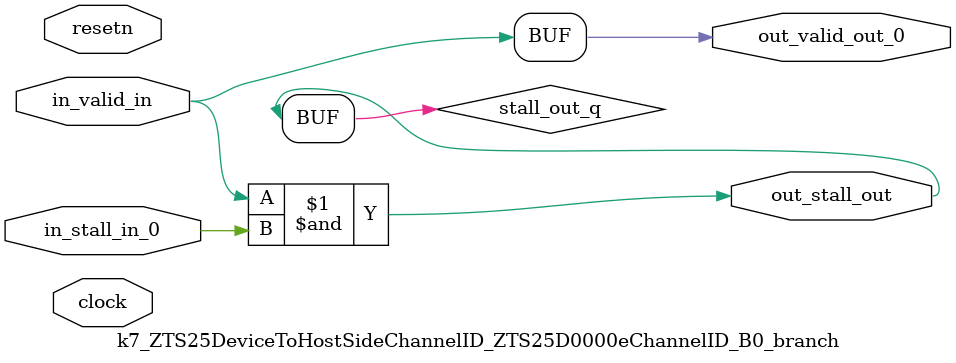
<source format=sv>



(* altera_attribute = "-name AUTO_SHIFT_REGISTER_RECOGNITION OFF; -name MESSAGE_DISABLE 10036; -name MESSAGE_DISABLE 10037; -name MESSAGE_DISABLE 14130; -name MESSAGE_DISABLE 14320; -name MESSAGE_DISABLE 15400; -name MESSAGE_DISABLE 14130; -name MESSAGE_DISABLE 10036; -name MESSAGE_DISABLE 12020; -name MESSAGE_DISABLE 12030; -name MESSAGE_DISABLE 12010; -name MESSAGE_DISABLE 12110; -name MESSAGE_DISABLE 14320; -name MESSAGE_DISABLE 13410; -name MESSAGE_DISABLE 113007; -name MESSAGE_DISABLE 10958" *)
module k7_ZTS25DeviceToHostSideChannelID_ZTS25D0000eChannelID_B0_branch (
    input wire [0:0] in_stall_in_0,
    input wire [0:0] in_valid_in,
    output wire [0:0] out_stall_out,
    output wire [0:0] out_valid_out_0,
    input wire clock,
    input wire resetn
    );

    wire [0:0] stall_out_q;


    // stall_out(LOGICAL,6)
    assign stall_out_q = in_valid_in & in_stall_in_0;

    // out_stall_out(GPOUT,4)
    assign out_stall_out = stall_out_q;

    // out_valid_out_0(GPOUT,5)
    assign out_valid_out_0 = in_valid_in;

endmodule

</source>
